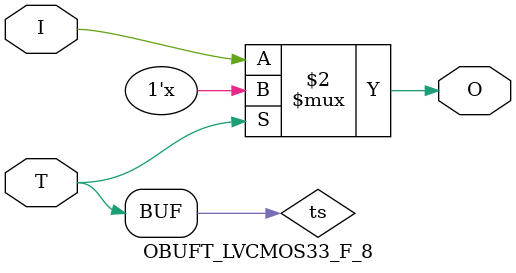
<source format=v>

/*

FUNCTION	: TRI-STATE OUTPUT BUFFER

*/

`celldefine
`timescale  100 ps / 10 ps

module OBUFT_LVCMOS33_F_8 (O, I, T);

    output O;

    input  I, T;

    or O1 (ts, 1'b0, T);
    bufif0 T1 (O, I, ts);

endmodule

</source>
